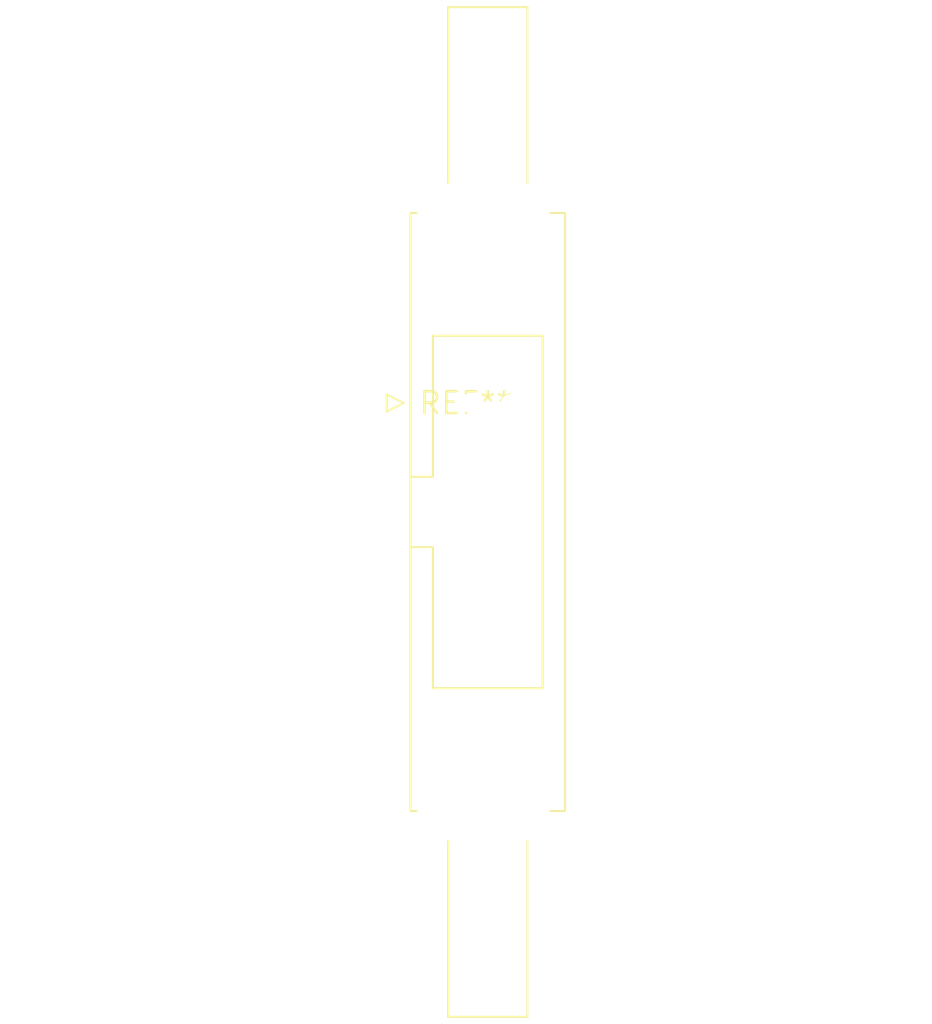
<source format=kicad_pcb>
(kicad_pcb (version 20240108) (generator pcbnew)
  (layers (0 "F.Cu" signal) (31 "B.Cu" signal) (34 "B.Paste" user) (35 "F.Paste" user) (36 "B.SilkS" user "B.Silkscreen") (37 "F.SilkS" user "F.Silkscreen") (38 "B.Mask" user) (39 "F.Mask" user) (44 "Edge.Cuts" user))
  (net 0 "")
  (footprint "IDC-Header_2x06-1MP_P2.54mm_Latch12.0mm_Vertical" (layer "F.Cu") (at 0 0)
    (property "Reference" "REF**")
    (property "Value" "IDC-Header_2x06-1MP_P2.54mm_Latch12.0mm_Vertical")
    (fp_line (start -4.63 -0.5) (end -4.63 0.5) (layer "F.SilkS") (stroke (width 0.12)))
    (fp_line (start -4.63 0.5) (end -3.63 0) (layer "F.SilkS") (stroke (width 0.12)))
    (fp_line (start -3.63 0) (end -4.63 -0.5) (layer "F.SilkS") (stroke (width 0.12)))
    (fp_line (start -3.24 -11.08) (end -3.24 23.78) (layer "F.SilkS") (stroke (width 0.12)))
    (fp_line (start -3.24 4.3) (end -1.93 4.3) (layer "F.SilkS") (stroke (width 0.12)))
    (fp_line (start -3.24 23.78) (end -2.87 23.78) (layer "F.SilkS") (stroke (width 0.12)))
    (fp_line (start -2.87 -11.08) (end -3.24 -11.08) (layer "F.SilkS") (stroke (width 0.12)))
    (fp_line (start -1.93 -3.92) (end 4.47 -3.92) (layer "F.SilkS") (stroke (width 0.12)))
    (fp_line (start -1.93 4.3) (end -1.93 -3.92) (layer "F.SilkS") (stroke (width 0.12)))
    (fp_line (start -1.93 8.4) (end -3.24 8.4) (layer "F.SilkS") (stroke (width 0.12)))
    (fp_line (start -1.93 8.4) (end -1.93 8.4) (layer "F.SilkS") (stroke (width 0.12)))
    (fp_line (start -1.93 16.62) (end -1.93 8.4) (layer "F.SilkS") (stroke (width 0.12)))
    (fp_line (start -1.04 -23.08) (end 3.58 -23.08) (layer "F.SilkS") (stroke (width 0.12)))
    (fp_line (start -1.04 -12.83) (end -1.04 -23.08) (layer "F.SilkS") (stroke (width 0.12)))
    (fp_line (start -1.04 25.53) (end -1.04 35.78) (layer "F.SilkS") (stroke (width 0.12)))
    (fp_line (start -1.04 35.78) (end 3.58 35.78) (layer "F.SilkS") (stroke (width 0.12)))
    (fp_line (start 3.58 -23.08) (end 3.58 -12.83) (layer "F.SilkS") (stroke (width 0.12)))
    (fp_line (start 3.58 35.78) (end 3.58 25.53) (layer "F.SilkS") (stroke (width 0.12)))
    (fp_line (start 4.47 -3.92) (end 4.47 16.62) (layer "F.SilkS") (stroke (width 0.12)))
    (fp_line (start 4.47 16.62) (end -1.93 16.62) (layer "F.SilkS") (stroke (width 0.12)))
    (fp_line (start 4.91 -11.08) (end 5.78 -11.08) (layer "F.SilkS") (stroke (width 0.12)))
    (fp_line (start 5.78 -11.08) (end 5.78 23.78) (layer "F.SilkS") (stroke (width 0.12)))
    (fp_line (start 5.78 23.78) (end 4.91 23.78) (layer "F.SilkS") (stroke (width 0.12)))
    (pad "1" thru_hole roundrect (at 0 0) (size 1.7 1.7) (drill 1) (layers *.Cu *.Mask) (remove_unused_layers) (roundrect_rratio 0.147059))
    (pad "2" thru_hole circle (at 2.54 0) (size 1.7 1.7) (drill 1) (layers *.Cu *.Mask) (remove_unused_layers))
    (pad "3" thru_hole circle (at 0 2.54) (size 1.7 1.7) (drill 1) (layers *.Cu *.Mask) (remove_unused_layers))
    (pad "4" thru_hole circle (at 2.54 2.54) (size 1.7 1.7) (drill 1) (layers *.Cu *.Mask) (remove_unused_layers))
    (pad "5" thru_hole circle (at 0 5.08) (size 1.7 1.7) (drill 1) (layers *.Cu *.Mask) (remove_unused_layers))
    (pad "6" thru_hole circle (at 2.54 5.08) (size 1.7 1.7) (drill 1) (layers *.Cu *.Mask) (remove_unused_layers))
    (pad "7" thru_hole circle (at 0 7.62) (size 1.7 1.7) (drill 1) (layers *.Cu *.Mask) (remove_unused_layers))
    (pad "8" thru_hole circle (at 2.54 7.62) (size 1.7 1.7) (drill 1) (layers *.Cu *.Mask) (remove_unused_layers))
    (pad "9" thru_hole circle (at 0 10.16) (size 1.7 1.7) (drill 1) (layers *.Cu *.Mask) (remove_unused_layers))
    (pad "10" thru_hole circle (at 2.54 10.16) (size 1.7 1.7) (drill 1) (layers *.Cu *.Mask) (remove_unused_layers))
    (pad "11" thru_hole circle (at 0 12.7) (size 1.7 1.7) (drill 1) (layers *.Cu *.Mask) (remove_unused_layers))
    (pad "12" thru_hole circle (at 2.54 12.7) (size 1.7 1.7) (drill 1) (layers *.Cu *.Mask) (remove_unused_layers))
    (pad "MP" thru_hole circle (at 1.02 -8.94) (size 8 8) (drill 2.69) (layers *.Cu *.Mask) (remove_unused_layers))
    (pad "MP" thru_hole circle (at 1.02 21.64) (size 8 8) (drill 2.69) (layers *.Cu *.Mask) (remove_unused_layers))
  )
)
</source>
